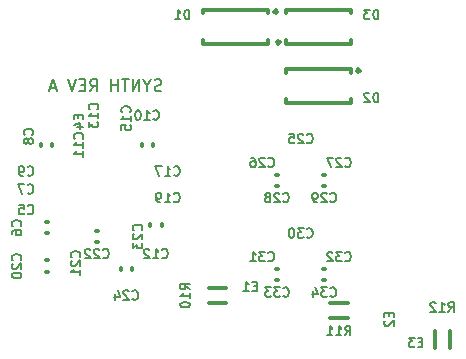
<source format=gbo>
%FSLAX46Y46*%
G04 Gerber Fmt 4.6, Leading zero omitted, Abs format (unit mm)*
G04 Created by KiCad (PCBNEW (2014-10-29 BZR 5235)-product) date 10/30/2014 3:07:56 PM*
%MOMM*%
G01*
G04 APERTURE LIST*
%ADD10C,0.100000*%
%ADD11C,0.200000*%
%ADD12C,0.350000*%
%ADD13C,0.150000*%
G04 APERTURE END LIST*
D10*
D11*
X158714286Y-75404762D02*
X158571429Y-75452381D01*
X158333333Y-75452381D01*
X158238095Y-75404762D01*
X158190476Y-75357143D01*
X158142857Y-75261905D01*
X158142857Y-75166667D01*
X158190476Y-75071429D01*
X158238095Y-75023810D01*
X158333333Y-74976190D01*
X158523810Y-74928571D01*
X158619048Y-74880952D01*
X158666667Y-74833333D01*
X158714286Y-74738095D01*
X158714286Y-74642857D01*
X158666667Y-74547619D01*
X158619048Y-74500000D01*
X158523810Y-74452381D01*
X158285714Y-74452381D01*
X158142857Y-74500000D01*
X157523810Y-74976190D02*
X157523810Y-75452381D01*
X157857143Y-74452381D02*
X157523810Y-74976190D01*
X157190476Y-74452381D01*
X156857143Y-75452381D02*
X156857143Y-74452381D01*
X156285714Y-75452381D01*
X156285714Y-74452381D01*
X155952381Y-74452381D02*
X155380952Y-74452381D01*
X155666667Y-75452381D02*
X155666667Y-74452381D01*
X155047619Y-75452381D02*
X155047619Y-74452381D01*
X155047619Y-74928571D02*
X154476190Y-74928571D01*
X154476190Y-75452381D02*
X154476190Y-74452381D01*
X152666666Y-75452381D02*
X153000000Y-74976190D01*
X153238095Y-75452381D02*
X153238095Y-74452381D01*
X152857142Y-74452381D01*
X152761904Y-74500000D01*
X152714285Y-74547619D01*
X152666666Y-74642857D01*
X152666666Y-74785714D01*
X152714285Y-74880952D01*
X152761904Y-74928571D01*
X152857142Y-74976190D01*
X153238095Y-74976190D01*
X152238095Y-74928571D02*
X151904761Y-74928571D01*
X151761904Y-75452381D02*
X152238095Y-75452381D01*
X152238095Y-74452381D01*
X151761904Y-74452381D01*
X151476190Y-74452381D02*
X151142857Y-75452381D01*
X150809523Y-74452381D01*
X149761904Y-75166667D02*
X149285713Y-75166667D01*
X149857142Y-75452381D02*
X149523809Y-74452381D01*
X149190475Y-75452381D01*
D12*
X164221000Y-93396000D02*
X162779000Y-93396000D01*
X162779000Y-93396000D02*
X164221000Y-93396000D01*
X164221000Y-92104000D02*
X162779000Y-92104000D01*
X162779000Y-92104000D02*
X164221000Y-92104000D01*
X169238000Y-71131000D02*
X169238000Y-71427000D01*
X169238000Y-71427000D02*
X174762000Y-71427000D01*
X174762000Y-71427000D02*
X174762000Y-71131000D01*
X169238000Y-68869000D02*
X169238000Y-68573000D01*
X169238000Y-68573000D02*
X174762000Y-68573000D01*
X174762000Y-68573000D02*
X174762000Y-68869000D01*
X168476000Y-71296100D02*
X168603000Y-71423100D01*
X168603000Y-71423100D02*
X168730000Y-71296100D01*
X168730000Y-71296100D02*
X168603000Y-71169100D01*
X168603000Y-71169100D02*
X168476000Y-71296100D01*
X148929000Y-86529000D02*
X149071000Y-86529000D01*
X149071000Y-86529000D02*
X148929000Y-86529000D01*
X148929000Y-87471000D02*
X149071000Y-87471000D01*
X149071000Y-87471000D02*
X148929000Y-87471000D01*
X148529000Y-80071000D02*
X148529000Y-79929000D01*
X148529000Y-79929000D02*
X148529000Y-80071000D01*
X149471000Y-80071000D02*
X149471000Y-79929000D01*
X149471000Y-79929000D02*
X149471000Y-80071000D01*
X156221000Y-90429000D02*
X156221000Y-90571000D01*
X156221000Y-90571000D02*
X156221000Y-90429000D01*
X155279000Y-90429000D02*
X155279000Y-90571000D01*
X155279000Y-90571000D02*
X155279000Y-90429000D01*
X157971000Y-79929000D02*
X157971000Y-80071000D01*
X157971000Y-80071000D02*
X157971000Y-79929000D01*
X157029000Y-79929000D02*
X157029000Y-80071000D01*
X157029000Y-80071000D02*
X157029000Y-79929000D01*
X153179000Y-87279000D02*
X153321000Y-87279000D01*
X153321000Y-87279000D02*
X153179000Y-87279000D01*
X153179000Y-88221000D02*
X153321000Y-88221000D01*
X153321000Y-88221000D02*
X153179000Y-88221000D01*
X158721000Y-86679000D02*
X158721000Y-86821000D01*
X158721000Y-86821000D02*
X158721000Y-86679000D01*
X157779000Y-86679000D02*
X157779000Y-86821000D01*
X157779000Y-86821000D02*
X157779000Y-86679000D01*
X148929000Y-89779000D02*
X149071000Y-89779000D01*
X149071000Y-89779000D02*
X148929000Y-89779000D01*
X148929000Y-90721000D02*
X149071000Y-90721000D01*
X149071000Y-90721000D02*
X148929000Y-90721000D01*
X168429000Y-82529000D02*
X168571000Y-82529000D01*
X168571000Y-82529000D02*
X168429000Y-82529000D01*
X168429000Y-83471000D02*
X168571000Y-83471000D01*
X168571000Y-83471000D02*
X168429000Y-83471000D01*
X168429000Y-90529000D02*
X168571000Y-90529000D01*
X168571000Y-90529000D02*
X168429000Y-90529000D01*
X168429000Y-91471000D02*
X168571000Y-91471000D01*
X168571000Y-91471000D02*
X168429000Y-91471000D01*
X172429000Y-82529000D02*
X172571000Y-82529000D01*
X172571000Y-82529000D02*
X172429000Y-82529000D01*
X172429000Y-83471000D02*
X172571000Y-83471000D01*
X172571000Y-83471000D02*
X172429000Y-83471000D01*
X172429000Y-90529000D02*
X172571000Y-90529000D01*
X172571000Y-90529000D02*
X172429000Y-90529000D01*
X172429000Y-91471000D02*
X172571000Y-91471000D01*
X172571000Y-91471000D02*
X172429000Y-91471000D01*
X167762000Y-68869000D02*
X167762000Y-68573000D01*
X167762000Y-68573000D02*
X162238000Y-68573000D01*
X162238000Y-68573000D02*
X162238000Y-68869000D01*
X167762000Y-71131000D02*
X167762000Y-71427000D01*
X167762000Y-71427000D02*
X162238000Y-71427000D01*
X162238000Y-71427000D02*
X162238000Y-71131000D01*
X168524000Y-68703900D02*
X168397000Y-68576900D01*
X168397000Y-68576900D02*
X168270000Y-68703900D01*
X168270000Y-68703900D02*
X168397000Y-68830900D01*
X168397000Y-68830900D02*
X168524000Y-68703900D01*
X174762000Y-73869000D02*
X174762000Y-73573000D01*
X174762000Y-73573000D02*
X169238000Y-73573000D01*
X169238000Y-73573000D02*
X169238000Y-73869000D01*
X174762000Y-76131000D02*
X174762000Y-76427000D01*
X174762000Y-76427000D02*
X169238000Y-76427000D01*
X169238000Y-76427000D02*
X169238000Y-76131000D01*
X175524000Y-73703900D02*
X175397000Y-73576900D01*
X175397000Y-73576900D02*
X175270000Y-73703900D01*
X175270000Y-73703900D02*
X175397000Y-73830900D01*
X175397000Y-73830900D02*
X175524000Y-73703900D01*
X174471000Y-94646000D02*
X173029000Y-94646000D01*
X173029000Y-94646000D02*
X174471000Y-94646000D01*
X174471000Y-93354000D02*
X173029000Y-93354000D01*
X173029000Y-93354000D02*
X174471000Y-93354000D01*
X181854000Y-97221000D02*
X181854000Y-95779000D01*
X181854000Y-95779000D02*
X181854000Y-97221000D01*
X183146000Y-97221000D02*
X183146000Y-95779000D01*
X183146000Y-95779000D02*
X183146000Y-97221000D01*
D13*
X161111905Y-92235714D02*
X160730952Y-91969047D01*
X161111905Y-91778571D02*
X160311905Y-91778571D01*
X160311905Y-92083333D01*
X160350000Y-92159524D01*
X160388095Y-92197619D01*
X160464286Y-92235714D01*
X160578571Y-92235714D01*
X160654762Y-92197619D01*
X160692857Y-92159524D01*
X160730952Y-92083333D01*
X160730952Y-91778571D01*
X161111905Y-92997619D02*
X161111905Y-92540476D01*
X161111905Y-92769047D02*
X160311905Y-92769047D01*
X160426190Y-92692857D01*
X160502381Y-92616666D01*
X160540476Y-92540476D01*
X160311905Y-93492857D02*
X160311905Y-93569048D01*
X160350000Y-93645238D01*
X160388095Y-93683333D01*
X160464286Y-93721429D01*
X160616667Y-93759524D01*
X160807143Y-93759524D01*
X160959524Y-93721429D01*
X161035714Y-93683333D01*
X161073810Y-93645238D01*
X161111905Y-93569048D01*
X161111905Y-93492857D01*
X161073810Y-93416667D01*
X161035714Y-93378571D01*
X160959524Y-93340476D01*
X160807143Y-93302381D01*
X160616667Y-93302381D01*
X160464286Y-93340476D01*
X160388095Y-93378571D01*
X160350000Y-93416667D01*
X160311905Y-93492857D01*
X177090476Y-69361905D02*
X177090476Y-68561905D01*
X176900000Y-68561905D01*
X176785714Y-68600000D01*
X176709523Y-68676190D01*
X176671428Y-68752381D01*
X176633333Y-68904762D01*
X176633333Y-69019048D01*
X176671428Y-69171429D01*
X176709523Y-69247619D01*
X176785714Y-69323810D01*
X176900000Y-69361905D01*
X177090476Y-69361905D01*
X176366666Y-68561905D02*
X175871428Y-68561905D01*
X176138095Y-68866667D01*
X176023809Y-68866667D01*
X175947619Y-68904762D01*
X175909523Y-68942857D01*
X175871428Y-69019048D01*
X175871428Y-69209524D01*
X175909523Y-69285714D01*
X175947619Y-69323810D01*
X176023809Y-69361905D01*
X176252381Y-69361905D01*
X176328571Y-69323810D01*
X176366666Y-69285714D01*
X147383333Y-85785714D02*
X147421428Y-85823810D01*
X147535714Y-85861905D01*
X147611904Y-85861905D01*
X147726190Y-85823810D01*
X147802381Y-85747619D01*
X147840476Y-85671429D01*
X147878571Y-85519048D01*
X147878571Y-85404762D01*
X147840476Y-85252381D01*
X147802381Y-85176190D01*
X147726190Y-85100000D01*
X147611904Y-85061905D01*
X147535714Y-85061905D01*
X147421428Y-85100000D01*
X147383333Y-85138095D01*
X146659523Y-85061905D02*
X147040476Y-85061905D01*
X147078571Y-85442857D01*
X147040476Y-85404762D01*
X146964285Y-85366667D01*
X146773809Y-85366667D01*
X146697619Y-85404762D01*
X146659523Y-85442857D01*
X146621428Y-85519048D01*
X146621428Y-85709524D01*
X146659523Y-85785714D01*
X146697619Y-85823810D01*
X146773809Y-85861905D01*
X146964285Y-85861905D01*
X147040476Y-85823810D01*
X147078571Y-85785714D01*
X147383333Y-84035714D02*
X147421428Y-84073810D01*
X147535714Y-84111905D01*
X147611904Y-84111905D01*
X147726190Y-84073810D01*
X147802381Y-83997619D01*
X147840476Y-83921429D01*
X147878571Y-83769048D01*
X147878571Y-83654762D01*
X147840476Y-83502381D01*
X147802381Y-83426190D01*
X147726190Y-83350000D01*
X147611904Y-83311905D01*
X147535714Y-83311905D01*
X147421428Y-83350000D01*
X147383333Y-83388095D01*
X147116666Y-83311905D02*
X146583333Y-83311905D01*
X146926190Y-84111905D01*
X147383333Y-82535714D02*
X147421428Y-82573810D01*
X147535714Y-82611905D01*
X147611904Y-82611905D01*
X147726190Y-82573810D01*
X147802381Y-82497619D01*
X147840476Y-82421429D01*
X147878571Y-82269048D01*
X147878571Y-82154762D01*
X147840476Y-82002381D01*
X147802381Y-81926190D01*
X147726190Y-81850000D01*
X147611904Y-81811905D01*
X147535714Y-81811905D01*
X147421428Y-81850000D01*
X147383333Y-81888095D01*
X147002381Y-82611905D02*
X146850000Y-82611905D01*
X146773809Y-82573810D01*
X146735714Y-82535714D01*
X146659523Y-82421429D01*
X146621428Y-82269048D01*
X146621428Y-81964286D01*
X146659523Y-81888095D01*
X146697619Y-81850000D01*
X146773809Y-81811905D01*
X146926190Y-81811905D01*
X147002381Y-81850000D01*
X147040476Y-81888095D01*
X147078571Y-81964286D01*
X147078571Y-82154762D01*
X147040476Y-82230952D01*
X147002381Y-82269048D01*
X146926190Y-82307143D01*
X146773809Y-82307143D01*
X146697619Y-82269048D01*
X146659523Y-82230952D01*
X146621428Y-82154762D01*
X152035714Y-79485714D02*
X152073810Y-79447619D01*
X152111905Y-79333333D01*
X152111905Y-79257143D01*
X152073810Y-79142857D01*
X151997619Y-79066666D01*
X151921429Y-79028571D01*
X151769048Y-78990476D01*
X151654762Y-78990476D01*
X151502381Y-79028571D01*
X151426190Y-79066666D01*
X151350000Y-79142857D01*
X151311905Y-79257143D01*
X151311905Y-79333333D01*
X151350000Y-79447619D01*
X151388095Y-79485714D01*
X152111905Y-80247619D02*
X152111905Y-79790476D01*
X152111905Y-80019047D02*
X151311905Y-80019047D01*
X151426190Y-79942857D01*
X151502381Y-79866666D01*
X151540476Y-79790476D01*
X152111905Y-81009524D02*
X152111905Y-80552381D01*
X152111905Y-80780952D02*
X151311905Y-80780952D01*
X151426190Y-80704762D01*
X151502381Y-80628571D01*
X151540476Y-80552381D01*
X153285714Y-76985714D02*
X153323810Y-76947619D01*
X153361905Y-76833333D01*
X153361905Y-76757143D01*
X153323810Y-76642857D01*
X153247619Y-76566666D01*
X153171429Y-76528571D01*
X153019048Y-76490476D01*
X152904762Y-76490476D01*
X152752381Y-76528571D01*
X152676190Y-76566666D01*
X152600000Y-76642857D01*
X152561905Y-76757143D01*
X152561905Y-76833333D01*
X152600000Y-76947619D01*
X152638095Y-76985714D01*
X153361905Y-77747619D02*
X153361905Y-77290476D01*
X153361905Y-77519047D02*
X152561905Y-77519047D01*
X152676190Y-77442857D01*
X152752381Y-77366666D01*
X152790476Y-77290476D01*
X152561905Y-78014286D02*
X152561905Y-78509524D01*
X152866667Y-78242857D01*
X152866667Y-78357143D01*
X152904762Y-78433333D01*
X152942857Y-78471429D01*
X153019048Y-78509524D01*
X153209524Y-78509524D01*
X153285714Y-78471429D01*
X153323810Y-78433333D01*
X153361905Y-78357143D01*
X153361905Y-78128571D01*
X153323810Y-78052381D01*
X153285714Y-78014286D01*
X156035714Y-77235714D02*
X156073810Y-77197619D01*
X156111905Y-77083333D01*
X156111905Y-77007143D01*
X156073810Y-76892857D01*
X155997619Y-76816666D01*
X155921429Y-76778571D01*
X155769048Y-76740476D01*
X155654762Y-76740476D01*
X155502381Y-76778571D01*
X155426190Y-76816666D01*
X155350000Y-76892857D01*
X155311905Y-77007143D01*
X155311905Y-77083333D01*
X155350000Y-77197619D01*
X155388095Y-77235714D01*
X156111905Y-77997619D02*
X156111905Y-77540476D01*
X156111905Y-77769047D02*
X155311905Y-77769047D01*
X155426190Y-77692857D01*
X155502381Y-77616666D01*
X155540476Y-77540476D01*
X155311905Y-78721429D02*
X155311905Y-78340476D01*
X155692857Y-78302381D01*
X155654762Y-78340476D01*
X155616667Y-78416667D01*
X155616667Y-78607143D01*
X155654762Y-78683333D01*
X155692857Y-78721429D01*
X155769048Y-78759524D01*
X155959524Y-78759524D01*
X156035714Y-78721429D01*
X156073810Y-78683333D01*
X156111905Y-78607143D01*
X156111905Y-78416667D01*
X156073810Y-78340476D01*
X156035714Y-78302381D01*
X159764286Y-82535714D02*
X159802381Y-82573810D01*
X159916667Y-82611905D01*
X159992857Y-82611905D01*
X160107143Y-82573810D01*
X160183334Y-82497619D01*
X160221429Y-82421429D01*
X160259524Y-82269048D01*
X160259524Y-82154762D01*
X160221429Y-82002381D01*
X160183334Y-81926190D01*
X160107143Y-81850000D01*
X159992857Y-81811905D01*
X159916667Y-81811905D01*
X159802381Y-81850000D01*
X159764286Y-81888095D01*
X159002381Y-82611905D02*
X159459524Y-82611905D01*
X159230953Y-82611905D02*
X159230953Y-81811905D01*
X159307143Y-81926190D01*
X159383334Y-82002381D01*
X159459524Y-82040476D01*
X158735714Y-81811905D02*
X158202381Y-81811905D01*
X158545238Y-82611905D01*
X151785714Y-89485714D02*
X151823810Y-89447619D01*
X151861905Y-89333333D01*
X151861905Y-89257143D01*
X151823810Y-89142857D01*
X151747619Y-89066666D01*
X151671429Y-89028571D01*
X151519048Y-88990476D01*
X151404762Y-88990476D01*
X151252381Y-89028571D01*
X151176190Y-89066666D01*
X151100000Y-89142857D01*
X151061905Y-89257143D01*
X151061905Y-89333333D01*
X151100000Y-89447619D01*
X151138095Y-89485714D01*
X151138095Y-89790476D02*
X151100000Y-89828571D01*
X151061905Y-89904762D01*
X151061905Y-90095238D01*
X151100000Y-90171428D01*
X151138095Y-90209524D01*
X151214286Y-90247619D01*
X151290476Y-90247619D01*
X151404762Y-90209524D01*
X151861905Y-89752381D01*
X151861905Y-90247619D01*
X151861905Y-91009524D02*
X151861905Y-90552381D01*
X151861905Y-90780952D02*
X151061905Y-90780952D01*
X151176190Y-90704762D01*
X151252381Y-90628571D01*
X151290476Y-90552381D01*
X159764286Y-84785714D02*
X159802381Y-84823810D01*
X159916667Y-84861905D01*
X159992857Y-84861905D01*
X160107143Y-84823810D01*
X160183334Y-84747619D01*
X160221429Y-84671429D01*
X160259524Y-84519048D01*
X160259524Y-84404762D01*
X160221429Y-84252381D01*
X160183334Y-84176190D01*
X160107143Y-84100000D01*
X159992857Y-84061905D01*
X159916667Y-84061905D01*
X159802381Y-84100000D01*
X159764286Y-84138095D01*
X159002381Y-84861905D02*
X159459524Y-84861905D01*
X159230953Y-84861905D02*
X159230953Y-84061905D01*
X159307143Y-84176190D01*
X159383334Y-84252381D01*
X159459524Y-84290476D01*
X158621429Y-84861905D02*
X158469048Y-84861905D01*
X158392857Y-84823810D01*
X158354762Y-84785714D01*
X158278571Y-84671429D01*
X158240476Y-84519048D01*
X158240476Y-84214286D01*
X158278571Y-84138095D01*
X158316667Y-84100000D01*
X158392857Y-84061905D01*
X158545238Y-84061905D01*
X158621429Y-84100000D01*
X158659524Y-84138095D01*
X158697619Y-84214286D01*
X158697619Y-84404762D01*
X158659524Y-84480952D01*
X158621429Y-84519048D01*
X158545238Y-84557143D01*
X158392857Y-84557143D01*
X158316667Y-84519048D01*
X158278571Y-84480952D01*
X158240476Y-84404762D01*
X157035714Y-87235714D02*
X157073810Y-87197619D01*
X157111905Y-87083333D01*
X157111905Y-87007143D01*
X157073810Y-86892857D01*
X156997619Y-86816666D01*
X156921429Y-86778571D01*
X156769048Y-86740476D01*
X156654762Y-86740476D01*
X156502381Y-86778571D01*
X156426190Y-86816666D01*
X156350000Y-86892857D01*
X156311905Y-87007143D01*
X156311905Y-87083333D01*
X156350000Y-87197619D01*
X156388095Y-87235714D01*
X156388095Y-87540476D02*
X156350000Y-87578571D01*
X156311905Y-87654762D01*
X156311905Y-87845238D01*
X156350000Y-87921428D01*
X156388095Y-87959524D01*
X156464286Y-87997619D01*
X156540476Y-87997619D01*
X156654762Y-87959524D01*
X157111905Y-87502381D01*
X157111905Y-87997619D01*
X156311905Y-88264286D02*
X156311905Y-88759524D01*
X156616667Y-88492857D01*
X156616667Y-88607143D01*
X156654762Y-88683333D01*
X156692857Y-88721429D01*
X156769048Y-88759524D01*
X156959524Y-88759524D01*
X157035714Y-88721429D01*
X157073810Y-88683333D01*
X157111905Y-88607143D01*
X157111905Y-88378571D01*
X157073810Y-88302381D01*
X157035714Y-88264286D01*
X146785714Y-86866667D02*
X146823810Y-86828572D01*
X146861905Y-86714286D01*
X146861905Y-86638096D01*
X146823810Y-86523810D01*
X146747619Y-86447619D01*
X146671429Y-86409524D01*
X146519048Y-86371429D01*
X146404762Y-86371429D01*
X146252381Y-86409524D01*
X146176190Y-86447619D01*
X146100000Y-86523810D01*
X146061905Y-86638096D01*
X146061905Y-86714286D01*
X146100000Y-86828572D01*
X146138095Y-86866667D01*
X146061905Y-87552381D02*
X146061905Y-87400000D01*
X146100000Y-87323810D01*
X146138095Y-87285715D01*
X146252381Y-87209524D01*
X146404762Y-87171429D01*
X146709524Y-87171429D01*
X146785714Y-87209524D01*
X146823810Y-87247619D01*
X146861905Y-87323810D01*
X146861905Y-87476191D01*
X146823810Y-87552381D01*
X146785714Y-87590477D01*
X146709524Y-87628572D01*
X146519048Y-87628572D01*
X146442857Y-87590477D01*
X146404762Y-87552381D01*
X146366667Y-87476191D01*
X146366667Y-87323810D01*
X146404762Y-87247619D01*
X146442857Y-87209524D01*
X146519048Y-87171429D01*
X147785714Y-79116667D02*
X147823810Y-79078572D01*
X147861905Y-78964286D01*
X147861905Y-78888096D01*
X147823810Y-78773810D01*
X147747619Y-78697619D01*
X147671429Y-78659524D01*
X147519048Y-78621429D01*
X147404762Y-78621429D01*
X147252381Y-78659524D01*
X147176190Y-78697619D01*
X147100000Y-78773810D01*
X147061905Y-78888096D01*
X147061905Y-78964286D01*
X147100000Y-79078572D01*
X147138095Y-79116667D01*
X147404762Y-79573810D02*
X147366667Y-79497619D01*
X147328571Y-79459524D01*
X147252381Y-79421429D01*
X147214286Y-79421429D01*
X147138095Y-79459524D01*
X147100000Y-79497619D01*
X147061905Y-79573810D01*
X147061905Y-79726191D01*
X147100000Y-79802381D01*
X147138095Y-79840477D01*
X147214286Y-79878572D01*
X147252381Y-79878572D01*
X147328571Y-79840477D01*
X147366667Y-79802381D01*
X147404762Y-79726191D01*
X147404762Y-79573810D01*
X147442857Y-79497619D01*
X147480952Y-79459524D01*
X147557143Y-79421429D01*
X147709524Y-79421429D01*
X147785714Y-79459524D01*
X147823810Y-79497619D01*
X147861905Y-79573810D01*
X147861905Y-79726191D01*
X147823810Y-79802381D01*
X147785714Y-79840477D01*
X147709524Y-79878572D01*
X147557143Y-79878572D01*
X147480952Y-79840477D01*
X147442857Y-79802381D01*
X147404762Y-79726191D01*
X156264286Y-93035714D02*
X156302381Y-93073810D01*
X156416667Y-93111905D01*
X156492857Y-93111905D01*
X156607143Y-93073810D01*
X156683334Y-92997619D01*
X156721429Y-92921429D01*
X156759524Y-92769048D01*
X156759524Y-92654762D01*
X156721429Y-92502381D01*
X156683334Y-92426190D01*
X156607143Y-92350000D01*
X156492857Y-92311905D01*
X156416667Y-92311905D01*
X156302381Y-92350000D01*
X156264286Y-92388095D01*
X155959524Y-92388095D02*
X155921429Y-92350000D01*
X155845238Y-92311905D01*
X155654762Y-92311905D01*
X155578572Y-92350000D01*
X155540476Y-92388095D01*
X155502381Y-92464286D01*
X155502381Y-92540476D01*
X155540476Y-92654762D01*
X155997619Y-93111905D01*
X155502381Y-93111905D01*
X154816667Y-92578571D02*
X154816667Y-93111905D01*
X155007143Y-92273810D02*
X155197619Y-92845238D01*
X154702381Y-92845238D01*
X158014286Y-77785714D02*
X158052381Y-77823810D01*
X158166667Y-77861905D01*
X158242857Y-77861905D01*
X158357143Y-77823810D01*
X158433334Y-77747619D01*
X158471429Y-77671429D01*
X158509524Y-77519048D01*
X158509524Y-77404762D01*
X158471429Y-77252381D01*
X158433334Y-77176190D01*
X158357143Y-77100000D01*
X158242857Y-77061905D01*
X158166667Y-77061905D01*
X158052381Y-77100000D01*
X158014286Y-77138095D01*
X157252381Y-77861905D02*
X157709524Y-77861905D01*
X157480953Y-77861905D02*
X157480953Y-77061905D01*
X157557143Y-77176190D01*
X157633334Y-77252381D01*
X157709524Y-77290476D01*
X156757143Y-77061905D02*
X156680952Y-77061905D01*
X156604762Y-77100000D01*
X156566667Y-77138095D01*
X156528571Y-77214286D01*
X156490476Y-77366667D01*
X156490476Y-77557143D01*
X156528571Y-77709524D01*
X156566667Y-77785714D01*
X156604762Y-77823810D01*
X156680952Y-77861905D01*
X156757143Y-77861905D01*
X156833333Y-77823810D01*
X156871429Y-77785714D01*
X156909524Y-77709524D01*
X156947619Y-77557143D01*
X156947619Y-77366667D01*
X156909524Y-77214286D01*
X156871429Y-77138095D01*
X156833333Y-77100000D01*
X156757143Y-77061905D01*
X153764286Y-89535714D02*
X153802381Y-89573810D01*
X153916667Y-89611905D01*
X153992857Y-89611905D01*
X154107143Y-89573810D01*
X154183334Y-89497619D01*
X154221429Y-89421429D01*
X154259524Y-89269048D01*
X154259524Y-89154762D01*
X154221429Y-89002381D01*
X154183334Y-88926190D01*
X154107143Y-88850000D01*
X153992857Y-88811905D01*
X153916667Y-88811905D01*
X153802381Y-88850000D01*
X153764286Y-88888095D01*
X153459524Y-88888095D02*
X153421429Y-88850000D01*
X153345238Y-88811905D01*
X153154762Y-88811905D01*
X153078572Y-88850000D01*
X153040476Y-88888095D01*
X153002381Y-88964286D01*
X153002381Y-89040476D01*
X153040476Y-89154762D01*
X153497619Y-89611905D01*
X153002381Y-89611905D01*
X152697619Y-88888095D02*
X152659524Y-88850000D01*
X152583333Y-88811905D01*
X152392857Y-88811905D01*
X152316667Y-88850000D01*
X152278571Y-88888095D01*
X152240476Y-88964286D01*
X152240476Y-89040476D01*
X152278571Y-89154762D01*
X152735714Y-89611905D01*
X152240476Y-89611905D01*
X158764286Y-89535714D02*
X158802381Y-89573810D01*
X158916667Y-89611905D01*
X158992857Y-89611905D01*
X159107143Y-89573810D01*
X159183334Y-89497619D01*
X159221429Y-89421429D01*
X159259524Y-89269048D01*
X159259524Y-89154762D01*
X159221429Y-89002381D01*
X159183334Y-88926190D01*
X159107143Y-88850000D01*
X158992857Y-88811905D01*
X158916667Y-88811905D01*
X158802381Y-88850000D01*
X158764286Y-88888095D01*
X158002381Y-89611905D02*
X158459524Y-89611905D01*
X158230953Y-89611905D02*
X158230953Y-88811905D01*
X158307143Y-88926190D01*
X158383334Y-89002381D01*
X158459524Y-89040476D01*
X157697619Y-88888095D02*
X157659524Y-88850000D01*
X157583333Y-88811905D01*
X157392857Y-88811905D01*
X157316667Y-88850000D01*
X157278571Y-88888095D01*
X157240476Y-88964286D01*
X157240476Y-89040476D01*
X157278571Y-89154762D01*
X157735714Y-89611905D01*
X157240476Y-89611905D01*
X146785714Y-89735714D02*
X146823810Y-89697619D01*
X146861905Y-89583333D01*
X146861905Y-89507143D01*
X146823810Y-89392857D01*
X146747619Y-89316666D01*
X146671429Y-89278571D01*
X146519048Y-89240476D01*
X146404762Y-89240476D01*
X146252381Y-89278571D01*
X146176190Y-89316666D01*
X146100000Y-89392857D01*
X146061905Y-89507143D01*
X146061905Y-89583333D01*
X146100000Y-89697619D01*
X146138095Y-89735714D01*
X146138095Y-90040476D02*
X146100000Y-90078571D01*
X146061905Y-90154762D01*
X146061905Y-90345238D01*
X146100000Y-90421428D01*
X146138095Y-90459524D01*
X146214286Y-90497619D01*
X146290476Y-90497619D01*
X146404762Y-90459524D01*
X146861905Y-90002381D01*
X146861905Y-90497619D01*
X146061905Y-90992857D02*
X146061905Y-91069048D01*
X146100000Y-91145238D01*
X146138095Y-91183333D01*
X146214286Y-91221429D01*
X146366667Y-91259524D01*
X146557143Y-91259524D01*
X146709524Y-91221429D01*
X146785714Y-91183333D01*
X146823810Y-91145238D01*
X146861905Y-91069048D01*
X146861905Y-90992857D01*
X146823810Y-90916667D01*
X146785714Y-90878571D01*
X146709524Y-90840476D01*
X146557143Y-90802381D01*
X146366667Y-90802381D01*
X146214286Y-90840476D01*
X146138095Y-90878571D01*
X146100000Y-90916667D01*
X146061905Y-90992857D01*
X171014286Y-79785714D02*
X171052381Y-79823810D01*
X171166667Y-79861905D01*
X171242857Y-79861905D01*
X171357143Y-79823810D01*
X171433334Y-79747619D01*
X171471429Y-79671429D01*
X171509524Y-79519048D01*
X171509524Y-79404762D01*
X171471429Y-79252381D01*
X171433334Y-79176190D01*
X171357143Y-79100000D01*
X171242857Y-79061905D01*
X171166667Y-79061905D01*
X171052381Y-79100000D01*
X171014286Y-79138095D01*
X170709524Y-79138095D02*
X170671429Y-79100000D01*
X170595238Y-79061905D01*
X170404762Y-79061905D01*
X170328572Y-79100000D01*
X170290476Y-79138095D01*
X170252381Y-79214286D01*
X170252381Y-79290476D01*
X170290476Y-79404762D01*
X170747619Y-79861905D01*
X170252381Y-79861905D01*
X169528571Y-79061905D02*
X169909524Y-79061905D01*
X169947619Y-79442857D01*
X169909524Y-79404762D01*
X169833333Y-79366667D01*
X169642857Y-79366667D01*
X169566667Y-79404762D01*
X169528571Y-79442857D01*
X169490476Y-79519048D01*
X169490476Y-79709524D01*
X169528571Y-79785714D01*
X169566667Y-79823810D01*
X169642857Y-79861905D01*
X169833333Y-79861905D01*
X169909524Y-79823810D01*
X169947619Y-79785714D01*
X167764286Y-81785714D02*
X167802381Y-81823810D01*
X167916667Y-81861905D01*
X167992857Y-81861905D01*
X168107143Y-81823810D01*
X168183334Y-81747619D01*
X168221429Y-81671429D01*
X168259524Y-81519048D01*
X168259524Y-81404762D01*
X168221429Y-81252381D01*
X168183334Y-81176190D01*
X168107143Y-81100000D01*
X167992857Y-81061905D01*
X167916667Y-81061905D01*
X167802381Y-81100000D01*
X167764286Y-81138095D01*
X167459524Y-81138095D02*
X167421429Y-81100000D01*
X167345238Y-81061905D01*
X167154762Y-81061905D01*
X167078572Y-81100000D01*
X167040476Y-81138095D01*
X167002381Y-81214286D01*
X167002381Y-81290476D01*
X167040476Y-81404762D01*
X167497619Y-81861905D01*
X167002381Y-81861905D01*
X166316667Y-81061905D02*
X166469048Y-81061905D01*
X166545238Y-81100000D01*
X166583333Y-81138095D01*
X166659524Y-81252381D01*
X166697619Y-81404762D01*
X166697619Y-81709524D01*
X166659524Y-81785714D01*
X166621429Y-81823810D01*
X166545238Y-81861905D01*
X166392857Y-81861905D01*
X166316667Y-81823810D01*
X166278571Y-81785714D01*
X166240476Y-81709524D01*
X166240476Y-81519048D01*
X166278571Y-81442857D01*
X166316667Y-81404762D01*
X166392857Y-81366667D01*
X166545238Y-81366667D01*
X166621429Y-81404762D01*
X166659524Y-81442857D01*
X166697619Y-81519048D01*
X174264286Y-81785714D02*
X174302381Y-81823810D01*
X174416667Y-81861905D01*
X174492857Y-81861905D01*
X174607143Y-81823810D01*
X174683334Y-81747619D01*
X174721429Y-81671429D01*
X174759524Y-81519048D01*
X174759524Y-81404762D01*
X174721429Y-81252381D01*
X174683334Y-81176190D01*
X174607143Y-81100000D01*
X174492857Y-81061905D01*
X174416667Y-81061905D01*
X174302381Y-81100000D01*
X174264286Y-81138095D01*
X173959524Y-81138095D02*
X173921429Y-81100000D01*
X173845238Y-81061905D01*
X173654762Y-81061905D01*
X173578572Y-81100000D01*
X173540476Y-81138095D01*
X173502381Y-81214286D01*
X173502381Y-81290476D01*
X173540476Y-81404762D01*
X173997619Y-81861905D01*
X173502381Y-81861905D01*
X173235714Y-81061905D02*
X172702381Y-81061905D01*
X173045238Y-81861905D01*
X169014286Y-84785714D02*
X169052381Y-84823810D01*
X169166667Y-84861905D01*
X169242857Y-84861905D01*
X169357143Y-84823810D01*
X169433334Y-84747619D01*
X169471429Y-84671429D01*
X169509524Y-84519048D01*
X169509524Y-84404762D01*
X169471429Y-84252381D01*
X169433334Y-84176190D01*
X169357143Y-84100000D01*
X169242857Y-84061905D01*
X169166667Y-84061905D01*
X169052381Y-84100000D01*
X169014286Y-84138095D01*
X168709524Y-84138095D02*
X168671429Y-84100000D01*
X168595238Y-84061905D01*
X168404762Y-84061905D01*
X168328572Y-84100000D01*
X168290476Y-84138095D01*
X168252381Y-84214286D01*
X168252381Y-84290476D01*
X168290476Y-84404762D01*
X168747619Y-84861905D01*
X168252381Y-84861905D01*
X167795238Y-84404762D02*
X167871429Y-84366667D01*
X167909524Y-84328571D01*
X167947619Y-84252381D01*
X167947619Y-84214286D01*
X167909524Y-84138095D01*
X167871429Y-84100000D01*
X167795238Y-84061905D01*
X167642857Y-84061905D01*
X167566667Y-84100000D01*
X167528571Y-84138095D01*
X167490476Y-84214286D01*
X167490476Y-84252381D01*
X167528571Y-84328571D01*
X167566667Y-84366667D01*
X167642857Y-84404762D01*
X167795238Y-84404762D01*
X167871429Y-84442857D01*
X167909524Y-84480952D01*
X167947619Y-84557143D01*
X167947619Y-84709524D01*
X167909524Y-84785714D01*
X167871429Y-84823810D01*
X167795238Y-84861905D01*
X167642857Y-84861905D01*
X167566667Y-84823810D01*
X167528571Y-84785714D01*
X167490476Y-84709524D01*
X167490476Y-84557143D01*
X167528571Y-84480952D01*
X167566667Y-84442857D01*
X167642857Y-84404762D01*
X171014286Y-87785714D02*
X171052381Y-87823810D01*
X171166667Y-87861905D01*
X171242857Y-87861905D01*
X171357143Y-87823810D01*
X171433334Y-87747619D01*
X171471429Y-87671429D01*
X171509524Y-87519048D01*
X171509524Y-87404762D01*
X171471429Y-87252381D01*
X171433334Y-87176190D01*
X171357143Y-87100000D01*
X171242857Y-87061905D01*
X171166667Y-87061905D01*
X171052381Y-87100000D01*
X171014286Y-87138095D01*
X170747619Y-87061905D02*
X170252381Y-87061905D01*
X170519048Y-87366667D01*
X170404762Y-87366667D01*
X170328572Y-87404762D01*
X170290476Y-87442857D01*
X170252381Y-87519048D01*
X170252381Y-87709524D01*
X170290476Y-87785714D01*
X170328572Y-87823810D01*
X170404762Y-87861905D01*
X170633334Y-87861905D01*
X170709524Y-87823810D01*
X170747619Y-87785714D01*
X169757143Y-87061905D02*
X169680952Y-87061905D01*
X169604762Y-87100000D01*
X169566667Y-87138095D01*
X169528571Y-87214286D01*
X169490476Y-87366667D01*
X169490476Y-87557143D01*
X169528571Y-87709524D01*
X169566667Y-87785714D01*
X169604762Y-87823810D01*
X169680952Y-87861905D01*
X169757143Y-87861905D01*
X169833333Y-87823810D01*
X169871429Y-87785714D01*
X169909524Y-87709524D01*
X169947619Y-87557143D01*
X169947619Y-87366667D01*
X169909524Y-87214286D01*
X169871429Y-87138095D01*
X169833333Y-87100000D01*
X169757143Y-87061905D01*
X167764286Y-89785714D02*
X167802381Y-89823810D01*
X167916667Y-89861905D01*
X167992857Y-89861905D01*
X168107143Y-89823810D01*
X168183334Y-89747619D01*
X168221429Y-89671429D01*
X168259524Y-89519048D01*
X168259524Y-89404762D01*
X168221429Y-89252381D01*
X168183334Y-89176190D01*
X168107143Y-89100000D01*
X167992857Y-89061905D01*
X167916667Y-89061905D01*
X167802381Y-89100000D01*
X167764286Y-89138095D01*
X167497619Y-89061905D02*
X167002381Y-89061905D01*
X167269048Y-89366667D01*
X167154762Y-89366667D01*
X167078572Y-89404762D01*
X167040476Y-89442857D01*
X167002381Y-89519048D01*
X167002381Y-89709524D01*
X167040476Y-89785714D01*
X167078572Y-89823810D01*
X167154762Y-89861905D01*
X167383334Y-89861905D01*
X167459524Y-89823810D01*
X167497619Y-89785714D01*
X166240476Y-89861905D02*
X166697619Y-89861905D01*
X166469048Y-89861905D02*
X166469048Y-89061905D01*
X166545238Y-89176190D01*
X166621429Y-89252381D01*
X166697619Y-89290476D01*
X174264286Y-89785714D02*
X174302381Y-89823810D01*
X174416667Y-89861905D01*
X174492857Y-89861905D01*
X174607143Y-89823810D01*
X174683334Y-89747619D01*
X174721429Y-89671429D01*
X174759524Y-89519048D01*
X174759524Y-89404762D01*
X174721429Y-89252381D01*
X174683334Y-89176190D01*
X174607143Y-89100000D01*
X174492857Y-89061905D01*
X174416667Y-89061905D01*
X174302381Y-89100000D01*
X174264286Y-89138095D01*
X173997619Y-89061905D02*
X173502381Y-89061905D01*
X173769048Y-89366667D01*
X173654762Y-89366667D01*
X173578572Y-89404762D01*
X173540476Y-89442857D01*
X173502381Y-89519048D01*
X173502381Y-89709524D01*
X173540476Y-89785714D01*
X173578572Y-89823810D01*
X173654762Y-89861905D01*
X173883334Y-89861905D01*
X173959524Y-89823810D01*
X173997619Y-89785714D01*
X173197619Y-89138095D02*
X173159524Y-89100000D01*
X173083333Y-89061905D01*
X172892857Y-89061905D01*
X172816667Y-89100000D01*
X172778571Y-89138095D01*
X172740476Y-89214286D01*
X172740476Y-89290476D01*
X172778571Y-89404762D01*
X173235714Y-89861905D01*
X172740476Y-89861905D01*
X169014286Y-92785714D02*
X169052381Y-92823810D01*
X169166667Y-92861905D01*
X169242857Y-92861905D01*
X169357143Y-92823810D01*
X169433334Y-92747619D01*
X169471429Y-92671429D01*
X169509524Y-92519048D01*
X169509524Y-92404762D01*
X169471429Y-92252381D01*
X169433334Y-92176190D01*
X169357143Y-92100000D01*
X169242857Y-92061905D01*
X169166667Y-92061905D01*
X169052381Y-92100000D01*
X169014286Y-92138095D01*
X168747619Y-92061905D02*
X168252381Y-92061905D01*
X168519048Y-92366667D01*
X168404762Y-92366667D01*
X168328572Y-92404762D01*
X168290476Y-92442857D01*
X168252381Y-92519048D01*
X168252381Y-92709524D01*
X168290476Y-92785714D01*
X168328572Y-92823810D01*
X168404762Y-92861905D01*
X168633334Y-92861905D01*
X168709524Y-92823810D01*
X168747619Y-92785714D01*
X167985714Y-92061905D02*
X167490476Y-92061905D01*
X167757143Y-92366667D01*
X167642857Y-92366667D01*
X167566667Y-92404762D01*
X167528571Y-92442857D01*
X167490476Y-92519048D01*
X167490476Y-92709524D01*
X167528571Y-92785714D01*
X167566667Y-92823810D01*
X167642857Y-92861905D01*
X167871429Y-92861905D01*
X167947619Y-92823810D01*
X167985714Y-92785714D01*
X151692857Y-77447619D02*
X151692857Y-77714286D01*
X152111905Y-77828572D02*
X152111905Y-77447619D01*
X151311905Y-77447619D01*
X151311905Y-77828572D01*
X151578571Y-78514286D02*
X152111905Y-78514286D01*
X151273810Y-78323810D02*
X151845238Y-78133334D01*
X151845238Y-78628572D01*
X177962857Y-94197619D02*
X177962857Y-94464286D01*
X178381905Y-94578572D02*
X178381905Y-94197619D01*
X177581905Y-94197619D01*
X177581905Y-94578572D01*
X177658095Y-94883334D02*
X177620000Y-94921429D01*
X177581905Y-94997620D01*
X177581905Y-95188096D01*
X177620000Y-95264286D01*
X177658095Y-95302382D01*
X177734286Y-95340477D01*
X177810476Y-95340477D01*
X177924762Y-95302382D01*
X178381905Y-94845239D01*
X178381905Y-95340477D01*
X180802381Y-96692857D02*
X180535714Y-96692857D01*
X180421428Y-97111905D02*
X180802381Y-97111905D01*
X180802381Y-96311905D01*
X180421428Y-96311905D01*
X180154761Y-96311905D02*
X179659523Y-96311905D01*
X179926190Y-96616667D01*
X179811904Y-96616667D01*
X179735714Y-96654762D01*
X179697618Y-96692857D01*
X179659523Y-96769048D01*
X179659523Y-96959524D01*
X179697618Y-97035714D01*
X179735714Y-97073810D01*
X179811904Y-97111905D01*
X180040476Y-97111905D01*
X180116666Y-97073810D01*
X180154761Y-97035714D01*
X166802381Y-91942857D02*
X166535714Y-91942857D01*
X166421428Y-92361905D02*
X166802381Y-92361905D01*
X166802381Y-91561905D01*
X166421428Y-91561905D01*
X165659523Y-92361905D02*
X166116666Y-92361905D01*
X165888095Y-92361905D02*
X165888095Y-91561905D01*
X165964285Y-91676190D01*
X166040476Y-91752381D01*
X166116666Y-91790476D01*
X173014286Y-84785714D02*
X173052381Y-84823810D01*
X173166667Y-84861905D01*
X173242857Y-84861905D01*
X173357143Y-84823810D01*
X173433334Y-84747619D01*
X173471429Y-84671429D01*
X173509524Y-84519048D01*
X173509524Y-84404762D01*
X173471429Y-84252381D01*
X173433334Y-84176190D01*
X173357143Y-84100000D01*
X173242857Y-84061905D01*
X173166667Y-84061905D01*
X173052381Y-84100000D01*
X173014286Y-84138095D01*
X172709524Y-84138095D02*
X172671429Y-84100000D01*
X172595238Y-84061905D01*
X172404762Y-84061905D01*
X172328572Y-84100000D01*
X172290476Y-84138095D01*
X172252381Y-84214286D01*
X172252381Y-84290476D01*
X172290476Y-84404762D01*
X172747619Y-84861905D01*
X172252381Y-84861905D01*
X171871429Y-84861905D02*
X171719048Y-84861905D01*
X171642857Y-84823810D01*
X171604762Y-84785714D01*
X171528571Y-84671429D01*
X171490476Y-84519048D01*
X171490476Y-84214286D01*
X171528571Y-84138095D01*
X171566667Y-84100000D01*
X171642857Y-84061905D01*
X171795238Y-84061905D01*
X171871429Y-84100000D01*
X171909524Y-84138095D01*
X171947619Y-84214286D01*
X171947619Y-84404762D01*
X171909524Y-84480952D01*
X171871429Y-84519048D01*
X171795238Y-84557143D01*
X171642857Y-84557143D01*
X171566667Y-84519048D01*
X171528571Y-84480952D01*
X171490476Y-84404762D01*
X173014286Y-92785714D02*
X173052381Y-92823810D01*
X173166667Y-92861905D01*
X173242857Y-92861905D01*
X173357143Y-92823810D01*
X173433334Y-92747619D01*
X173471429Y-92671429D01*
X173509524Y-92519048D01*
X173509524Y-92404762D01*
X173471429Y-92252381D01*
X173433334Y-92176190D01*
X173357143Y-92100000D01*
X173242857Y-92061905D01*
X173166667Y-92061905D01*
X173052381Y-92100000D01*
X173014286Y-92138095D01*
X172747619Y-92061905D02*
X172252381Y-92061905D01*
X172519048Y-92366667D01*
X172404762Y-92366667D01*
X172328572Y-92404762D01*
X172290476Y-92442857D01*
X172252381Y-92519048D01*
X172252381Y-92709524D01*
X172290476Y-92785714D01*
X172328572Y-92823810D01*
X172404762Y-92861905D01*
X172633334Y-92861905D01*
X172709524Y-92823810D01*
X172747619Y-92785714D01*
X171566667Y-92328571D02*
X171566667Y-92861905D01*
X171757143Y-92023810D02*
X171947619Y-92595238D01*
X171452381Y-92595238D01*
X161090476Y-69361905D02*
X161090476Y-68561905D01*
X160900000Y-68561905D01*
X160785714Y-68600000D01*
X160709523Y-68676190D01*
X160671428Y-68752381D01*
X160633333Y-68904762D01*
X160633333Y-69019048D01*
X160671428Y-69171429D01*
X160709523Y-69247619D01*
X160785714Y-69323810D01*
X160900000Y-69361905D01*
X161090476Y-69361905D01*
X159871428Y-69361905D02*
X160328571Y-69361905D01*
X160100000Y-69361905D02*
X160100000Y-68561905D01*
X160176190Y-68676190D01*
X160252381Y-68752381D01*
X160328571Y-68790476D01*
X177090476Y-76361905D02*
X177090476Y-75561905D01*
X176900000Y-75561905D01*
X176785714Y-75600000D01*
X176709523Y-75676190D01*
X176671428Y-75752381D01*
X176633333Y-75904762D01*
X176633333Y-76019048D01*
X176671428Y-76171429D01*
X176709523Y-76247619D01*
X176785714Y-76323810D01*
X176900000Y-76361905D01*
X177090476Y-76361905D01*
X176328571Y-75638095D02*
X176290476Y-75600000D01*
X176214285Y-75561905D01*
X176023809Y-75561905D01*
X175947619Y-75600000D01*
X175909523Y-75638095D01*
X175871428Y-75714286D01*
X175871428Y-75790476D01*
X175909523Y-75904762D01*
X176366666Y-76361905D01*
X175871428Y-76361905D01*
X174264286Y-96111905D02*
X174530953Y-95730952D01*
X174721429Y-96111905D02*
X174721429Y-95311905D01*
X174416667Y-95311905D01*
X174340476Y-95350000D01*
X174302381Y-95388095D01*
X174264286Y-95464286D01*
X174264286Y-95578571D01*
X174302381Y-95654762D01*
X174340476Y-95692857D01*
X174416667Y-95730952D01*
X174721429Y-95730952D01*
X173502381Y-96111905D02*
X173959524Y-96111905D01*
X173730953Y-96111905D02*
X173730953Y-95311905D01*
X173807143Y-95426190D01*
X173883334Y-95502381D01*
X173959524Y-95540476D01*
X172740476Y-96111905D02*
X173197619Y-96111905D01*
X172969048Y-96111905D02*
X172969048Y-95311905D01*
X173045238Y-95426190D01*
X173121429Y-95502381D01*
X173197619Y-95540476D01*
X183014286Y-94111905D02*
X183280953Y-93730952D01*
X183471429Y-94111905D02*
X183471429Y-93311905D01*
X183166667Y-93311905D01*
X183090476Y-93350000D01*
X183052381Y-93388095D01*
X183014286Y-93464286D01*
X183014286Y-93578571D01*
X183052381Y-93654762D01*
X183090476Y-93692857D01*
X183166667Y-93730952D01*
X183471429Y-93730952D01*
X182252381Y-94111905D02*
X182709524Y-94111905D01*
X182480953Y-94111905D02*
X182480953Y-93311905D01*
X182557143Y-93426190D01*
X182633334Y-93502381D01*
X182709524Y-93540476D01*
X181947619Y-93388095D02*
X181909524Y-93350000D01*
X181833333Y-93311905D01*
X181642857Y-93311905D01*
X181566667Y-93350000D01*
X181528571Y-93388095D01*
X181490476Y-93464286D01*
X181490476Y-93540476D01*
X181528571Y-93654762D01*
X181985714Y-94111905D01*
X181490476Y-94111905D01*
M02*

</source>
